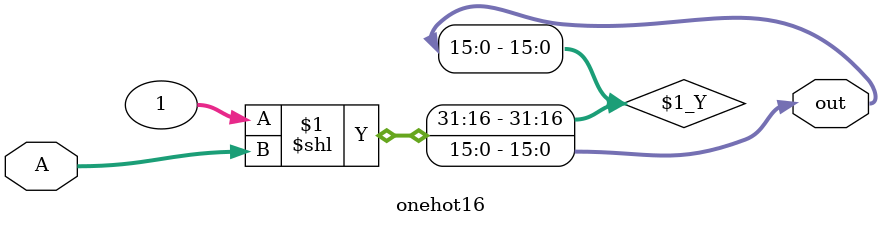
<source format=v>

module onehot16(output wire [15:0] out, input wire [3:0] A);

   assign out = 1 << A;

endmodule

</source>
